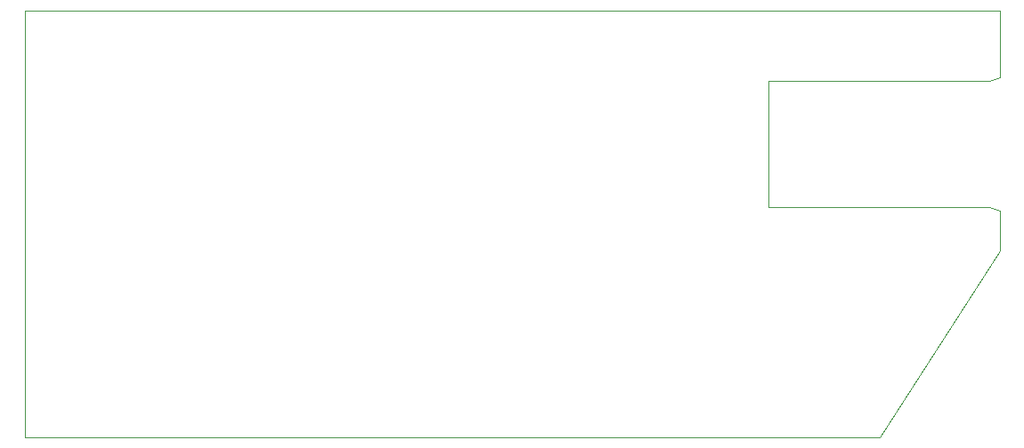
<source format=gm1>
G04 #@! TF.GenerationSoftware,KiCad,Pcbnew,8.0.2*
G04 #@! TF.CreationDate,2024-06-05T08:55:07+09:00*
G04 #@! TF.ProjectId,rainbow2v5-rp2040,7261696e-626f-4773-9276-352d72703230,rev?*
G04 #@! TF.SameCoordinates,Original*
G04 #@! TF.FileFunction,Profile,NP*
%FSLAX46Y46*%
G04 Gerber Fmt 4.6, Leading zero omitted, Abs format (unit mm)*
G04 Created by KiCad (PCBNEW 8.0.2) date 2024-06-05 08:55:07*
%MOMM*%
%LPD*%
G01*
G04 APERTURE LIST*
G04 #@! TA.AperFunction,Profile*
%ADD10C,0.050000*%
G04 #@! TD*
G04 #@! TA.AperFunction,Profile*
%ADD11C,0.120000*%
G04 #@! TD*
G04 APERTURE END LIST*
D10*
X153670000Y-35560000D02*
X153670000Y-29210000D01*
X60960000Y-29210000D02*
X153670000Y-29210000D01*
X142240000Y-69850000D02*
X60960000Y-69850000D01*
X153670000Y-52070000D02*
X142240000Y-69850000D01*
X152720000Y-47910000D02*
X153670000Y-48260000D01*
X152720000Y-35910000D02*
X153670000Y-35560000D01*
X60960000Y-69850000D02*
X60960000Y-29210000D01*
X153670000Y-52070000D02*
X153670000Y-48260000D01*
D11*
X131720000Y-35910000D02*
X131720000Y-47910000D01*
X131720000Y-47910000D02*
X152720000Y-47910000D01*
X152720000Y-35910000D02*
X131720000Y-35910000D01*
M02*

</source>
